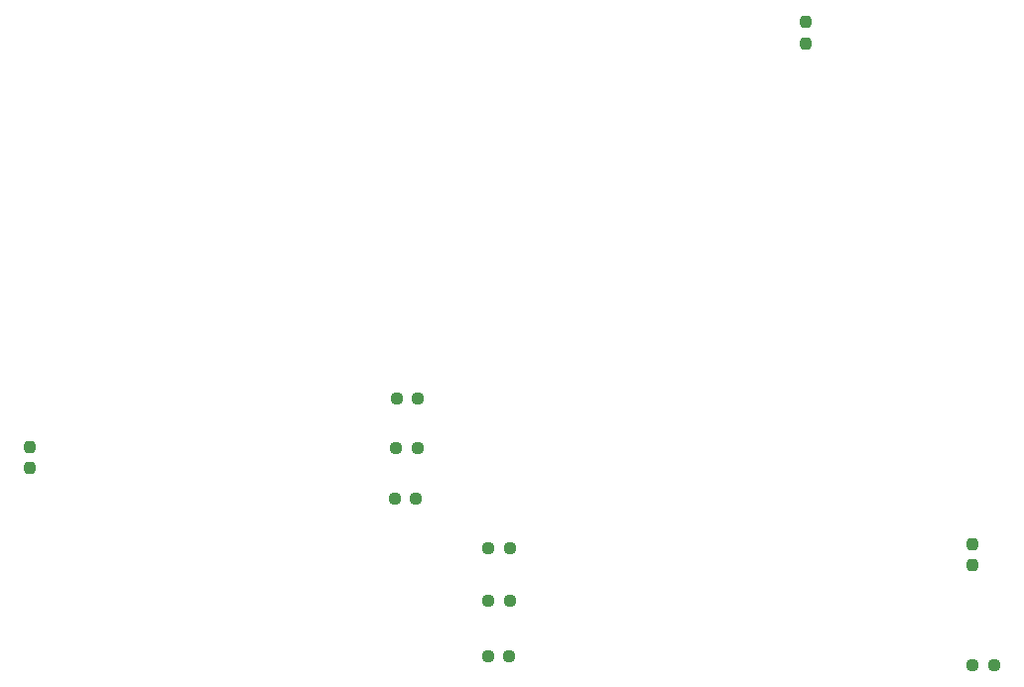
<source format=gbr>
%TF.GenerationSoftware,KiCad,Pcbnew,8.0.6-8.0.6-0~ubuntu24.04.1*%
%TF.CreationDate,2025-03-25T09:16:12-04:00*%
%TF.ProjectId,mesh-depth,6d657368-2d64-4657-9074-682e6b696361,rev?*%
%TF.SameCoordinates,Original*%
%TF.FileFunction,Paste,Top*%
%TF.FilePolarity,Positive*%
%FSLAX46Y46*%
G04 Gerber Fmt 4.6, Leading zero omitted, Abs format (unit mm)*
G04 Created by KiCad (PCBNEW 8.0.6-8.0.6-0~ubuntu24.04.1) date 2025-03-25 09:16:12*
%MOMM*%
%LPD*%
G01*
G04 APERTURE LIST*
G04 Aperture macros list*
%AMRoundRect*
0 Rectangle with rounded corners*
0 $1 Rounding radius*
0 $2 $3 $4 $5 $6 $7 $8 $9 X,Y pos of 4 corners*
0 Add a 4 corners polygon primitive as box body*
4,1,4,$2,$3,$4,$5,$6,$7,$8,$9,$2,$3,0*
0 Add four circle primitives for the rounded corners*
1,1,$1+$1,$2,$3*
1,1,$1+$1,$4,$5*
1,1,$1+$1,$6,$7*
1,1,$1+$1,$8,$9*
0 Add four rect primitives between the rounded corners*
20,1,$1+$1,$2,$3,$4,$5,0*
20,1,$1+$1,$4,$5,$6,$7,0*
20,1,$1+$1,$6,$7,$8,$9,0*
20,1,$1+$1,$8,$9,$2,$3,0*%
G04 Aperture macros list end*
%ADD10RoundRect,0.237500X0.250000X0.237500X-0.250000X0.237500X-0.250000X-0.237500X0.250000X-0.237500X0*%
%ADD11RoundRect,0.237500X0.237500X-0.250000X0.237500X0.250000X-0.237500X0.250000X-0.237500X-0.250000X0*%
%ADD12RoundRect,0.237500X-0.250000X-0.237500X0.250000X-0.237500X0.250000X0.237500X-0.250000X0.237500X0*%
%ADD13RoundRect,0.237500X-0.237500X0.250000X-0.237500X-0.250000X0.237500X-0.250000X0.237500X0.250000X0*%
G04 APERTURE END LIST*
D10*
%TO.C,R14*%
X56222500Y-47050000D03*
X54397500Y-47050000D03*
%TD*%
%TO.C,R20*%
X56182500Y-56250000D03*
X54357500Y-56250000D03*
%TD*%
D11*
%TO.C,R3*%
X81500000Y-3912500D03*
X81500000Y-2087500D03*
%TD*%
D12*
%TO.C,R18*%
X97575000Y-57000000D03*
X95750000Y-57000000D03*
%TD*%
D13*
%TO.C,R1*%
X95750000Y-46647500D03*
X95750000Y-48472500D03*
%TD*%
D12*
%TO.C,R16*%
X46417500Y-42800000D03*
X48242500Y-42800000D03*
%TD*%
%TO.C,R5*%
X54397500Y-51500000D03*
X56222500Y-51500000D03*
%TD*%
%TO.C,R10*%
X46537500Y-38500000D03*
X48362500Y-38500000D03*
%TD*%
D11*
%TO.C,R8*%
X15300000Y-40200000D03*
X15300000Y-38375000D03*
%TD*%
D12*
%TO.C,R11*%
X46597500Y-34250000D03*
X48422500Y-34250000D03*
%TD*%
M02*

</source>
